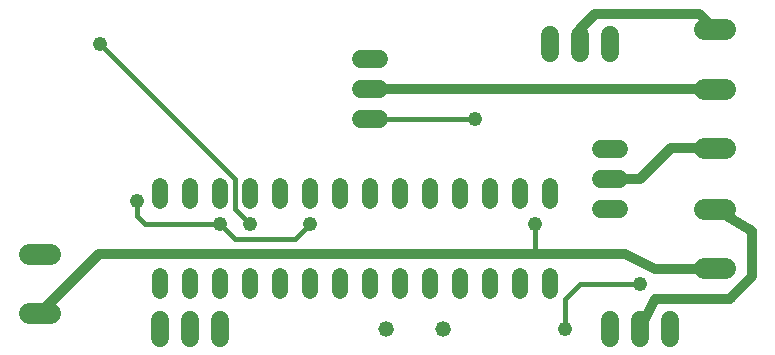
<source format=gbl>
G75*
G70*
%OFA0B0*%
%FSLAX24Y24*%
%IPPOS*%
%LPD*%
%AMOC8*
5,1,8,0,0,1.08239X$1,22.5*
%
%ADD10C,0.0520*%
%ADD11C,0.0600*%
%ADD12C,0.0705*%
%ADD13C,0.0520*%
%ADD14C,0.0320*%
%ADD15C,0.0480*%
%ADD16C,0.0160*%
D10*
X007062Y003385D02*
X007062Y003905D01*
X008062Y003905D02*
X008062Y003385D01*
X009062Y003385D02*
X009062Y003905D01*
X010062Y003905D02*
X010062Y003385D01*
X011062Y003385D02*
X011062Y003905D01*
X012062Y003905D02*
X012062Y003385D01*
X013062Y003385D02*
X013062Y003905D01*
X014062Y003905D02*
X014062Y003385D01*
X015062Y003385D02*
X015062Y003905D01*
X016062Y003905D02*
X016062Y003385D01*
X017062Y003385D02*
X017062Y003905D01*
X018062Y003905D02*
X018062Y003385D01*
X019062Y003385D02*
X019062Y003905D01*
X020062Y003905D02*
X020062Y003385D01*
X020062Y006385D02*
X020062Y006905D01*
X019062Y006905D02*
X019062Y006385D01*
X018062Y006385D02*
X018062Y006905D01*
X017062Y006905D02*
X017062Y006385D01*
X016062Y006385D02*
X016062Y006905D01*
X015062Y006905D02*
X015062Y006385D01*
X014062Y006385D02*
X014062Y006905D01*
X013062Y006905D02*
X013062Y006385D01*
X012062Y006385D02*
X012062Y006905D01*
X011062Y006905D02*
X011062Y006385D01*
X010062Y006385D02*
X010062Y006905D01*
X009062Y006905D02*
X009062Y006385D01*
X008062Y006385D02*
X008062Y006905D01*
X007062Y006905D02*
X007062Y006385D01*
D11*
X013762Y009145D02*
X014362Y009145D01*
X014362Y010145D02*
X013762Y010145D01*
X013762Y011145D02*
X014362Y011145D01*
X020062Y011345D02*
X020062Y011945D01*
X021062Y011945D02*
X021062Y011345D01*
X022062Y011345D02*
X022062Y011945D01*
X021762Y008145D02*
X022362Y008145D01*
X022362Y007145D02*
X021762Y007145D01*
X021762Y006145D02*
X022362Y006145D01*
X022062Y002445D02*
X022062Y001845D01*
X023062Y001845D02*
X023062Y002445D01*
X024062Y002445D02*
X024062Y001845D01*
X009062Y001845D02*
X009062Y002445D01*
X008062Y002445D02*
X008062Y001845D01*
X007062Y001845D02*
X007062Y002445D01*
D12*
X003415Y002661D02*
X002710Y002661D01*
X002710Y004629D02*
X003415Y004629D01*
X025210Y004161D02*
X025915Y004161D01*
X025915Y006129D02*
X025210Y006129D01*
X025217Y008177D02*
X025922Y008177D01*
X025922Y010145D02*
X025217Y010145D01*
X025217Y012114D02*
X025922Y012114D01*
D13*
X016512Y002145D03*
X014612Y002145D03*
D14*
X019562Y004645D02*
X022562Y004645D01*
X023562Y004145D01*
X025546Y004145D01*
X025562Y004161D01*
X026062Y003145D02*
X026812Y003895D01*
X026812Y005395D01*
X025578Y006129D01*
X025562Y006129D01*
X024094Y008177D02*
X023062Y007145D01*
X022062Y007145D01*
X024094Y008177D02*
X025570Y008177D01*
X025570Y010145D02*
X014062Y010145D01*
X021062Y011645D02*
X021062Y012145D01*
X021562Y012645D01*
X025038Y012645D01*
X025570Y012114D01*
X019562Y004645D02*
X005046Y004645D01*
X003062Y002661D01*
X023062Y002145D02*
X023562Y003145D01*
X026062Y003145D01*
D15*
X023062Y003645D03*
X020562Y002145D03*
X019562Y005645D03*
X017562Y009145D03*
X012062Y005645D03*
X010062Y005645D03*
X009062Y005645D03*
X006312Y006395D03*
X005062Y011645D03*
D16*
X009562Y007145D01*
X009562Y006145D01*
X010062Y005645D01*
X009562Y005145D02*
X009062Y005645D01*
X006562Y005645D01*
X006312Y005895D01*
X006312Y006395D01*
X009562Y005145D02*
X011562Y005145D01*
X012062Y005645D01*
X014062Y009145D02*
X017562Y009145D01*
X019562Y005645D02*
X019562Y004645D01*
X021062Y003645D02*
X020562Y003145D01*
X020562Y002145D01*
X021062Y003645D02*
X023062Y003645D01*
M02*

</source>
